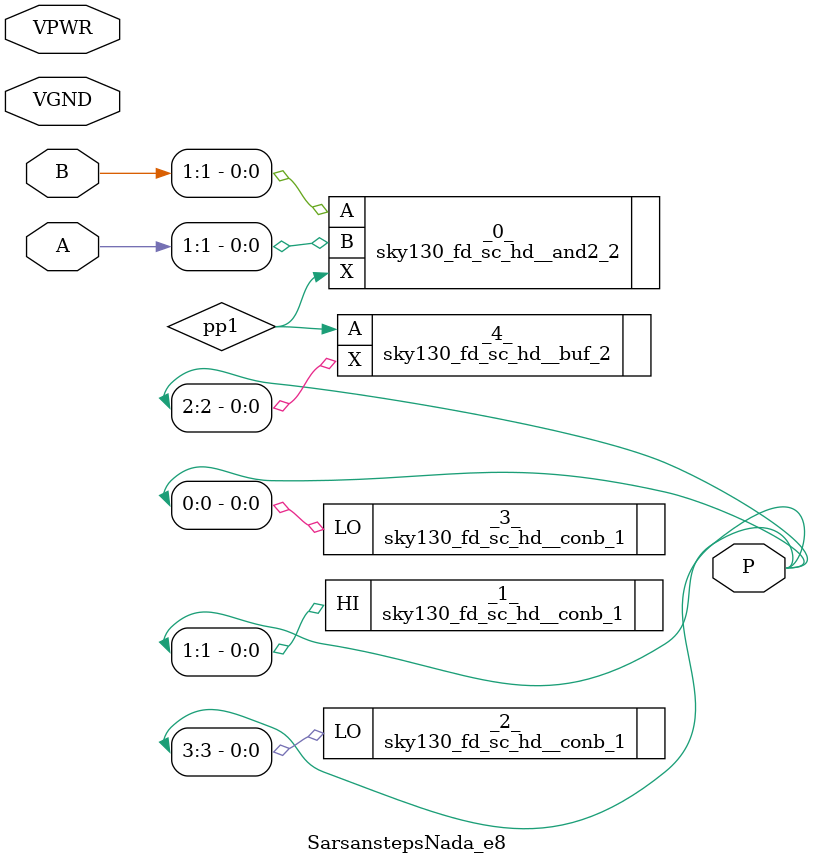
<source format=v>
module SarsanstepsNada_e8 (A,
    B,
    P,
    VPWR,
    VGND);
 input [1:0] A;
 input [1:0] B;
 output [3:0] P;
 inout VPWR;
 inout VGND;

 wire pp1;

 sky130_fd_sc_hd__and2_2 _0_ (.A(B[1]),
    .B(A[1]),
    .X(pp1));
 sky130_fd_sc_hd__conb_1 _1_ (.HI(P[1]));
 sky130_fd_sc_hd__conb_1 _2_ (.LO(P[3]));
 sky130_fd_sc_hd__conb_1 _3_ (.LO(P[0]));
 sky130_fd_sc_hd__buf_2 _4_ (.A(pp1),
    .X(P[2]));
 sky130_fd_sc_hd__decap_3 PHY_EDGE_ROW_0_Right_0 ();
 sky130_fd_sc_hd__decap_3 PHY_EDGE_ROW_1_Right_1 ();
 sky130_fd_sc_hd__decap_3 PHY_EDGE_ROW_2_Right_2 ();
 sky130_fd_sc_hd__decap_3 PHY_EDGE_ROW_3_Right_3 ();
 sky130_fd_sc_hd__decap_3 PHY_EDGE_ROW_4_Right_4 ();
 sky130_fd_sc_hd__decap_3 PHY_EDGE_ROW_5_Right_5 ();
 sky130_fd_sc_hd__decap_3 PHY_EDGE_ROW_6_Right_6 ();
 sky130_fd_sc_hd__decap_3 PHY_EDGE_ROW_7_Right_7 ();
 sky130_fd_sc_hd__decap_3 PHY_EDGE_ROW_8_Right_8 ();
 sky130_fd_sc_hd__decap_3 PHY_EDGE_ROW_9_Right_9 ();
 sky130_fd_sc_hd__decap_3 PHY_EDGE_ROW_0_Left_10 ();
 sky130_fd_sc_hd__decap_3 PHY_EDGE_ROW_1_Left_11 ();
 sky130_fd_sc_hd__decap_3 PHY_EDGE_ROW_2_Left_12 ();
 sky130_fd_sc_hd__decap_3 PHY_EDGE_ROW_3_Left_13 ();
 sky130_fd_sc_hd__decap_3 PHY_EDGE_ROW_4_Left_14 ();
 sky130_fd_sc_hd__decap_3 PHY_EDGE_ROW_5_Left_15 ();
 sky130_fd_sc_hd__decap_3 PHY_EDGE_ROW_6_Left_16 ();
 sky130_fd_sc_hd__decap_3 PHY_EDGE_ROW_7_Left_17 ();
 sky130_fd_sc_hd__decap_3 PHY_EDGE_ROW_8_Left_18 ();
 sky130_fd_sc_hd__decap_3 PHY_EDGE_ROW_9_Left_19 ();
 sky130_fd_sc_hd__tapvpwrvgnd_1 TAP_TAPCELL_ROW_0_20 ();
 sky130_fd_sc_hd__tapvpwrvgnd_1 TAP_TAPCELL_ROW_0_21 ();
 sky130_fd_sc_hd__tapvpwrvgnd_1 TAP_TAPCELL_ROW_1_22 ();
 sky130_fd_sc_hd__tapvpwrvgnd_1 TAP_TAPCELL_ROW_2_23 ();
 sky130_fd_sc_hd__tapvpwrvgnd_1 TAP_TAPCELL_ROW_3_24 ();
 sky130_fd_sc_hd__tapvpwrvgnd_1 TAP_TAPCELL_ROW_4_25 ();
 sky130_fd_sc_hd__tapvpwrvgnd_1 TAP_TAPCELL_ROW_5_26 ();
 sky130_fd_sc_hd__tapvpwrvgnd_1 TAP_TAPCELL_ROW_6_27 ();
 sky130_fd_sc_hd__tapvpwrvgnd_1 TAP_TAPCELL_ROW_7_28 ();
 sky130_fd_sc_hd__tapvpwrvgnd_1 TAP_TAPCELL_ROW_8_29 ();
 sky130_fd_sc_hd__tapvpwrvgnd_1 TAP_TAPCELL_ROW_9_30 ();
 sky130_fd_sc_hd__tapvpwrvgnd_1 TAP_TAPCELL_ROW_9_31 ();
endmodule

</source>
